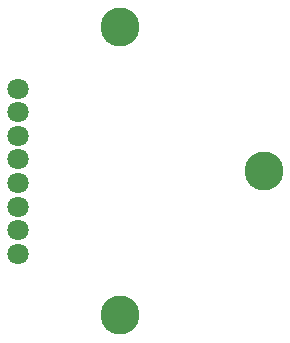
<source format=gbs>
G04 Layer_Color=16711935*
%FSAX24Y24*%
%MOIN*%
G70*
G01*
G75*
%ADD23C,0.1300*%
%ADD24C,0.0710*%
D23*
X055000Y015200D02*
D03*
Y024800D02*
D03*
X059800Y020000D02*
D03*
D24*
X051600Y022756D02*
D03*
Y021966D02*
D03*
Y021179D02*
D03*
Y017241D02*
D03*
Y018029D02*
D03*
Y018816D02*
D03*
Y019606D02*
D03*
Y020396D02*
D03*
M02*

</source>
